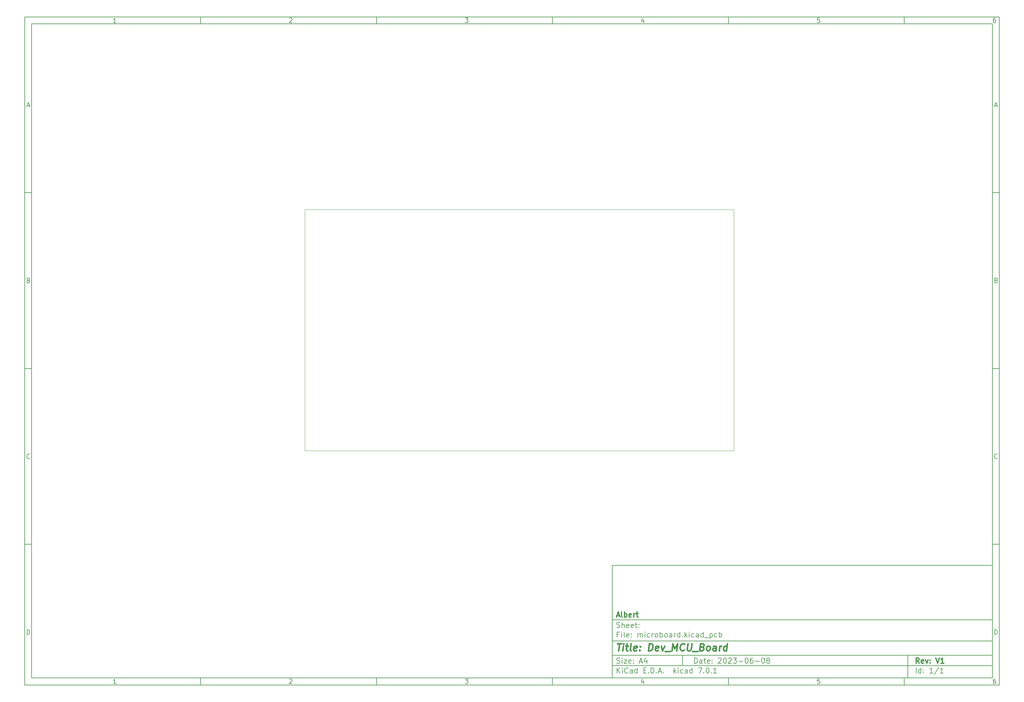
<source format=gbr>
%TF.GenerationSoftware,KiCad,Pcbnew,7.0.1*%
%TF.CreationDate,2023-06-08T18:04:29+02:00*%
%TF.ProjectId,microboard,6d696372-6f62-46f6-9172-642e6b696361,V1*%
%TF.SameCoordinates,Original*%
%TF.FileFunction,Profile,NP*%
%FSLAX46Y46*%
G04 Gerber Fmt 4.6, Leading zero omitted, Abs format (unit mm)*
G04 Created by KiCad (PCBNEW 7.0.1) date 2023-06-08 18:04:29*
%MOMM*%
%LPD*%
G01*
G04 APERTURE LIST*
%ADD10C,0.100000*%
%ADD11C,0.150000*%
%ADD12C,0.300000*%
%ADD13C,0.400000*%
%TA.AperFunction,Profile*%
%ADD14C,0.100000*%
%TD*%
G04 APERTURE END LIST*
D10*
D11*
X177002200Y-166007200D02*
X285002200Y-166007200D01*
X285002200Y-198007200D01*
X177002200Y-198007200D01*
X177002200Y-166007200D01*
D10*
D11*
X10000000Y-10000000D02*
X287002200Y-10000000D01*
X287002200Y-200007200D01*
X10000000Y-200007200D01*
X10000000Y-10000000D01*
D10*
D11*
X12000000Y-12000000D02*
X285002200Y-12000000D01*
X285002200Y-198007200D01*
X12000000Y-198007200D01*
X12000000Y-12000000D01*
D10*
D11*
X60000000Y-12000000D02*
X60000000Y-10000000D01*
D10*
D11*
X110000000Y-12000000D02*
X110000000Y-10000000D01*
D10*
D11*
X160000000Y-12000000D02*
X160000000Y-10000000D01*
D10*
D11*
X210000000Y-12000000D02*
X210000000Y-10000000D01*
D10*
D11*
X260000000Y-12000000D02*
X260000000Y-10000000D01*
D10*
D11*
X35990476Y-11601404D02*
X35247619Y-11601404D01*
X35619047Y-11601404D02*
X35619047Y-10301404D01*
X35619047Y-10301404D02*
X35495238Y-10487119D01*
X35495238Y-10487119D02*
X35371428Y-10610928D01*
X35371428Y-10610928D02*
X35247619Y-10672833D01*
D10*
D11*
X85247619Y-10425214D02*
X85309523Y-10363309D01*
X85309523Y-10363309D02*
X85433333Y-10301404D01*
X85433333Y-10301404D02*
X85742857Y-10301404D01*
X85742857Y-10301404D02*
X85866666Y-10363309D01*
X85866666Y-10363309D02*
X85928571Y-10425214D01*
X85928571Y-10425214D02*
X85990476Y-10549023D01*
X85990476Y-10549023D02*
X85990476Y-10672833D01*
X85990476Y-10672833D02*
X85928571Y-10858547D01*
X85928571Y-10858547D02*
X85185714Y-11601404D01*
X85185714Y-11601404D02*
X85990476Y-11601404D01*
D10*
D11*
X135185714Y-10301404D02*
X135990476Y-10301404D01*
X135990476Y-10301404D02*
X135557142Y-10796642D01*
X135557142Y-10796642D02*
X135742857Y-10796642D01*
X135742857Y-10796642D02*
X135866666Y-10858547D01*
X135866666Y-10858547D02*
X135928571Y-10920452D01*
X135928571Y-10920452D02*
X135990476Y-11044261D01*
X135990476Y-11044261D02*
X135990476Y-11353785D01*
X135990476Y-11353785D02*
X135928571Y-11477595D01*
X135928571Y-11477595D02*
X135866666Y-11539500D01*
X135866666Y-11539500D02*
X135742857Y-11601404D01*
X135742857Y-11601404D02*
X135371428Y-11601404D01*
X135371428Y-11601404D02*
X135247619Y-11539500D01*
X135247619Y-11539500D02*
X135185714Y-11477595D01*
D10*
D11*
X185866666Y-10734738D02*
X185866666Y-11601404D01*
X185557142Y-10239500D02*
X185247619Y-11168071D01*
X185247619Y-11168071D02*
X186052380Y-11168071D01*
D10*
D11*
X235928571Y-10301404D02*
X235309523Y-10301404D01*
X235309523Y-10301404D02*
X235247619Y-10920452D01*
X235247619Y-10920452D02*
X235309523Y-10858547D01*
X235309523Y-10858547D02*
X235433333Y-10796642D01*
X235433333Y-10796642D02*
X235742857Y-10796642D01*
X235742857Y-10796642D02*
X235866666Y-10858547D01*
X235866666Y-10858547D02*
X235928571Y-10920452D01*
X235928571Y-10920452D02*
X235990476Y-11044261D01*
X235990476Y-11044261D02*
X235990476Y-11353785D01*
X235990476Y-11353785D02*
X235928571Y-11477595D01*
X235928571Y-11477595D02*
X235866666Y-11539500D01*
X235866666Y-11539500D02*
X235742857Y-11601404D01*
X235742857Y-11601404D02*
X235433333Y-11601404D01*
X235433333Y-11601404D02*
X235309523Y-11539500D01*
X235309523Y-11539500D02*
X235247619Y-11477595D01*
D10*
D11*
X285866666Y-10301404D02*
X285619047Y-10301404D01*
X285619047Y-10301404D02*
X285495238Y-10363309D01*
X285495238Y-10363309D02*
X285433333Y-10425214D01*
X285433333Y-10425214D02*
X285309523Y-10610928D01*
X285309523Y-10610928D02*
X285247619Y-10858547D01*
X285247619Y-10858547D02*
X285247619Y-11353785D01*
X285247619Y-11353785D02*
X285309523Y-11477595D01*
X285309523Y-11477595D02*
X285371428Y-11539500D01*
X285371428Y-11539500D02*
X285495238Y-11601404D01*
X285495238Y-11601404D02*
X285742857Y-11601404D01*
X285742857Y-11601404D02*
X285866666Y-11539500D01*
X285866666Y-11539500D02*
X285928571Y-11477595D01*
X285928571Y-11477595D02*
X285990476Y-11353785D01*
X285990476Y-11353785D02*
X285990476Y-11044261D01*
X285990476Y-11044261D02*
X285928571Y-10920452D01*
X285928571Y-10920452D02*
X285866666Y-10858547D01*
X285866666Y-10858547D02*
X285742857Y-10796642D01*
X285742857Y-10796642D02*
X285495238Y-10796642D01*
X285495238Y-10796642D02*
X285371428Y-10858547D01*
X285371428Y-10858547D02*
X285309523Y-10920452D01*
X285309523Y-10920452D02*
X285247619Y-11044261D01*
D10*
D11*
X60000000Y-198007200D02*
X60000000Y-200007200D01*
D10*
D11*
X110000000Y-198007200D02*
X110000000Y-200007200D01*
D10*
D11*
X160000000Y-198007200D02*
X160000000Y-200007200D01*
D10*
D11*
X210000000Y-198007200D02*
X210000000Y-200007200D01*
D10*
D11*
X260000000Y-198007200D02*
X260000000Y-200007200D01*
D10*
D11*
X35990476Y-199608604D02*
X35247619Y-199608604D01*
X35619047Y-199608604D02*
X35619047Y-198308604D01*
X35619047Y-198308604D02*
X35495238Y-198494319D01*
X35495238Y-198494319D02*
X35371428Y-198618128D01*
X35371428Y-198618128D02*
X35247619Y-198680033D01*
D10*
D11*
X85247619Y-198432414D02*
X85309523Y-198370509D01*
X85309523Y-198370509D02*
X85433333Y-198308604D01*
X85433333Y-198308604D02*
X85742857Y-198308604D01*
X85742857Y-198308604D02*
X85866666Y-198370509D01*
X85866666Y-198370509D02*
X85928571Y-198432414D01*
X85928571Y-198432414D02*
X85990476Y-198556223D01*
X85990476Y-198556223D02*
X85990476Y-198680033D01*
X85990476Y-198680033D02*
X85928571Y-198865747D01*
X85928571Y-198865747D02*
X85185714Y-199608604D01*
X85185714Y-199608604D02*
X85990476Y-199608604D01*
D10*
D11*
X135185714Y-198308604D02*
X135990476Y-198308604D01*
X135990476Y-198308604D02*
X135557142Y-198803842D01*
X135557142Y-198803842D02*
X135742857Y-198803842D01*
X135742857Y-198803842D02*
X135866666Y-198865747D01*
X135866666Y-198865747D02*
X135928571Y-198927652D01*
X135928571Y-198927652D02*
X135990476Y-199051461D01*
X135990476Y-199051461D02*
X135990476Y-199360985D01*
X135990476Y-199360985D02*
X135928571Y-199484795D01*
X135928571Y-199484795D02*
X135866666Y-199546700D01*
X135866666Y-199546700D02*
X135742857Y-199608604D01*
X135742857Y-199608604D02*
X135371428Y-199608604D01*
X135371428Y-199608604D02*
X135247619Y-199546700D01*
X135247619Y-199546700D02*
X135185714Y-199484795D01*
D10*
D11*
X185866666Y-198741938D02*
X185866666Y-199608604D01*
X185557142Y-198246700D02*
X185247619Y-199175271D01*
X185247619Y-199175271D02*
X186052380Y-199175271D01*
D10*
D11*
X235928571Y-198308604D02*
X235309523Y-198308604D01*
X235309523Y-198308604D02*
X235247619Y-198927652D01*
X235247619Y-198927652D02*
X235309523Y-198865747D01*
X235309523Y-198865747D02*
X235433333Y-198803842D01*
X235433333Y-198803842D02*
X235742857Y-198803842D01*
X235742857Y-198803842D02*
X235866666Y-198865747D01*
X235866666Y-198865747D02*
X235928571Y-198927652D01*
X235928571Y-198927652D02*
X235990476Y-199051461D01*
X235990476Y-199051461D02*
X235990476Y-199360985D01*
X235990476Y-199360985D02*
X235928571Y-199484795D01*
X235928571Y-199484795D02*
X235866666Y-199546700D01*
X235866666Y-199546700D02*
X235742857Y-199608604D01*
X235742857Y-199608604D02*
X235433333Y-199608604D01*
X235433333Y-199608604D02*
X235309523Y-199546700D01*
X235309523Y-199546700D02*
X235247619Y-199484795D01*
D10*
D11*
X285866666Y-198308604D02*
X285619047Y-198308604D01*
X285619047Y-198308604D02*
X285495238Y-198370509D01*
X285495238Y-198370509D02*
X285433333Y-198432414D01*
X285433333Y-198432414D02*
X285309523Y-198618128D01*
X285309523Y-198618128D02*
X285247619Y-198865747D01*
X285247619Y-198865747D02*
X285247619Y-199360985D01*
X285247619Y-199360985D02*
X285309523Y-199484795D01*
X285309523Y-199484795D02*
X285371428Y-199546700D01*
X285371428Y-199546700D02*
X285495238Y-199608604D01*
X285495238Y-199608604D02*
X285742857Y-199608604D01*
X285742857Y-199608604D02*
X285866666Y-199546700D01*
X285866666Y-199546700D02*
X285928571Y-199484795D01*
X285928571Y-199484795D02*
X285990476Y-199360985D01*
X285990476Y-199360985D02*
X285990476Y-199051461D01*
X285990476Y-199051461D02*
X285928571Y-198927652D01*
X285928571Y-198927652D02*
X285866666Y-198865747D01*
X285866666Y-198865747D02*
X285742857Y-198803842D01*
X285742857Y-198803842D02*
X285495238Y-198803842D01*
X285495238Y-198803842D02*
X285371428Y-198865747D01*
X285371428Y-198865747D02*
X285309523Y-198927652D01*
X285309523Y-198927652D02*
X285247619Y-199051461D01*
D10*
D11*
X10000000Y-60000000D02*
X12000000Y-60000000D01*
D10*
D11*
X10000000Y-110000000D02*
X12000000Y-110000000D01*
D10*
D11*
X10000000Y-160000000D02*
X12000000Y-160000000D01*
D10*
D11*
X10690476Y-35229976D02*
X11309523Y-35229976D01*
X10566666Y-35601404D02*
X10999999Y-34301404D01*
X10999999Y-34301404D02*
X11433333Y-35601404D01*
D10*
D11*
X11092857Y-84920452D02*
X11278571Y-84982357D01*
X11278571Y-84982357D02*
X11340476Y-85044261D01*
X11340476Y-85044261D02*
X11402380Y-85168071D01*
X11402380Y-85168071D02*
X11402380Y-85353785D01*
X11402380Y-85353785D02*
X11340476Y-85477595D01*
X11340476Y-85477595D02*
X11278571Y-85539500D01*
X11278571Y-85539500D02*
X11154761Y-85601404D01*
X11154761Y-85601404D02*
X10659523Y-85601404D01*
X10659523Y-85601404D02*
X10659523Y-84301404D01*
X10659523Y-84301404D02*
X11092857Y-84301404D01*
X11092857Y-84301404D02*
X11216666Y-84363309D01*
X11216666Y-84363309D02*
X11278571Y-84425214D01*
X11278571Y-84425214D02*
X11340476Y-84549023D01*
X11340476Y-84549023D02*
X11340476Y-84672833D01*
X11340476Y-84672833D02*
X11278571Y-84796642D01*
X11278571Y-84796642D02*
X11216666Y-84858547D01*
X11216666Y-84858547D02*
X11092857Y-84920452D01*
X11092857Y-84920452D02*
X10659523Y-84920452D01*
D10*
D11*
X11402380Y-135477595D02*
X11340476Y-135539500D01*
X11340476Y-135539500D02*
X11154761Y-135601404D01*
X11154761Y-135601404D02*
X11030952Y-135601404D01*
X11030952Y-135601404D02*
X10845238Y-135539500D01*
X10845238Y-135539500D02*
X10721428Y-135415690D01*
X10721428Y-135415690D02*
X10659523Y-135291880D01*
X10659523Y-135291880D02*
X10597619Y-135044261D01*
X10597619Y-135044261D02*
X10597619Y-134858547D01*
X10597619Y-134858547D02*
X10659523Y-134610928D01*
X10659523Y-134610928D02*
X10721428Y-134487119D01*
X10721428Y-134487119D02*
X10845238Y-134363309D01*
X10845238Y-134363309D02*
X11030952Y-134301404D01*
X11030952Y-134301404D02*
X11154761Y-134301404D01*
X11154761Y-134301404D02*
X11340476Y-134363309D01*
X11340476Y-134363309D02*
X11402380Y-134425214D01*
D10*
D11*
X10659523Y-185601404D02*
X10659523Y-184301404D01*
X10659523Y-184301404D02*
X10969047Y-184301404D01*
X10969047Y-184301404D02*
X11154761Y-184363309D01*
X11154761Y-184363309D02*
X11278571Y-184487119D01*
X11278571Y-184487119D02*
X11340476Y-184610928D01*
X11340476Y-184610928D02*
X11402380Y-184858547D01*
X11402380Y-184858547D02*
X11402380Y-185044261D01*
X11402380Y-185044261D02*
X11340476Y-185291880D01*
X11340476Y-185291880D02*
X11278571Y-185415690D01*
X11278571Y-185415690D02*
X11154761Y-185539500D01*
X11154761Y-185539500D02*
X10969047Y-185601404D01*
X10969047Y-185601404D02*
X10659523Y-185601404D01*
D10*
D11*
X287002200Y-60000000D02*
X285002200Y-60000000D01*
D10*
D11*
X287002200Y-110000000D02*
X285002200Y-110000000D01*
D10*
D11*
X287002200Y-160000000D02*
X285002200Y-160000000D01*
D10*
D11*
X285692676Y-35229976D02*
X286311723Y-35229976D01*
X285568866Y-35601404D02*
X286002199Y-34301404D01*
X286002199Y-34301404D02*
X286435533Y-35601404D01*
D10*
D11*
X286095057Y-84920452D02*
X286280771Y-84982357D01*
X286280771Y-84982357D02*
X286342676Y-85044261D01*
X286342676Y-85044261D02*
X286404580Y-85168071D01*
X286404580Y-85168071D02*
X286404580Y-85353785D01*
X286404580Y-85353785D02*
X286342676Y-85477595D01*
X286342676Y-85477595D02*
X286280771Y-85539500D01*
X286280771Y-85539500D02*
X286156961Y-85601404D01*
X286156961Y-85601404D02*
X285661723Y-85601404D01*
X285661723Y-85601404D02*
X285661723Y-84301404D01*
X285661723Y-84301404D02*
X286095057Y-84301404D01*
X286095057Y-84301404D02*
X286218866Y-84363309D01*
X286218866Y-84363309D02*
X286280771Y-84425214D01*
X286280771Y-84425214D02*
X286342676Y-84549023D01*
X286342676Y-84549023D02*
X286342676Y-84672833D01*
X286342676Y-84672833D02*
X286280771Y-84796642D01*
X286280771Y-84796642D02*
X286218866Y-84858547D01*
X286218866Y-84858547D02*
X286095057Y-84920452D01*
X286095057Y-84920452D02*
X285661723Y-84920452D01*
D10*
D11*
X286404580Y-135477595D02*
X286342676Y-135539500D01*
X286342676Y-135539500D02*
X286156961Y-135601404D01*
X286156961Y-135601404D02*
X286033152Y-135601404D01*
X286033152Y-135601404D02*
X285847438Y-135539500D01*
X285847438Y-135539500D02*
X285723628Y-135415690D01*
X285723628Y-135415690D02*
X285661723Y-135291880D01*
X285661723Y-135291880D02*
X285599819Y-135044261D01*
X285599819Y-135044261D02*
X285599819Y-134858547D01*
X285599819Y-134858547D02*
X285661723Y-134610928D01*
X285661723Y-134610928D02*
X285723628Y-134487119D01*
X285723628Y-134487119D02*
X285847438Y-134363309D01*
X285847438Y-134363309D02*
X286033152Y-134301404D01*
X286033152Y-134301404D02*
X286156961Y-134301404D01*
X286156961Y-134301404D02*
X286342676Y-134363309D01*
X286342676Y-134363309D02*
X286404580Y-134425214D01*
D10*
D11*
X285661723Y-185601404D02*
X285661723Y-184301404D01*
X285661723Y-184301404D02*
X285971247Y-184301404D01*
X285971247Y-184301404D02*
X286156961Y-184363309D01*
X286156961Y-184363309D02*
X286280771Y-184487119D01*
X286280771Y-184487119D02*
X286342676Y-184610928D01*
X286342676Y-184610928D02*
X286404580Y-184858547D01*
X286404580Y-184858547D02*
X286404580Y-185044261D01*
X286404580Y-185044261D02*
X286342676Y-185291880D01*
X286342676Y-185291880D02*
X286280771Y-185415690D01*
X286280771Y-185415690D02*
X286156961Y-185539500D01*
X286156961Y-185539500D02*
X285971247Y-185601404D01*
X285971247Y-185601404D02*
X285661723Y-185601404D01*
D10*
D11*
X200359342Y-193801128D02*
X200359342Y-192301128D01*
X200359342Y-192301128D02*
X200716485Y-192301128D01*
X200716485Y-192301128D02*
X200930771Y-192372557D01*
X200930771Y-192372557D02*
X201073628Y-192515414D01*
X201073628Y-192515414D02*
X201145057Y-192658271D01*
X201145057Y-192658271D02*
X201216485Y-192943985D01*
X201216485Y-192943985D02*
X201216485Y-193158271D01*
X201216485Y-193158271D02*
X201145057Y-193443985D01*
X201145057Y-193443985D02*
X201073628Y-193586842D01*
X201073628Y-193586842D02*
X200930771Y-193729700D01*
X200930771Y-193729700D02*
X200716485Y-193801128D01*
X200716485Y-193801128D02*
X200359342Y-193801128D01*
X202502200Y-193801128D02*
X202502200Y-193015414D01*
X202502200Y-193015414D02*
X202430771Y-192872557D01*
X202430771Y-192872557D02*
X202287914Y-192801128D01*
X202287914Y-192801128D02*
X202002200Y-192801128D01*
X202002200Y-192801128D02*
X201859342Y-192872557D01*
X202502200Y-193729700D02*
X202359342Y-193801128D01*
X202359342Y-193801128D02*
X202002200Y-193801128D01*
X202002200Y-193801128D02*
X201859342Y-193729700D01*
X201859342Y-193729700D02*
X201787914Y-193586842D01*
X201787914Y-193586842D02*
X201787914Y-193443985D01*
X201787914Y-193443985D02*
X201859342Y-193301128D01*
X201859342Y-193301128D02*
X202002200Y-193229700D01*
X202002200Y-193229700D02*
X202359342Y-193229700D01*
X202359342Y-193229700D02*
X202502200Y-193158271D01*
X203002200Y-192801128D02*
X203573628Y-192801128D01*
X203216485Y-192301128D02*
X203216485Y-193586842D01*
X203216485Y-193586842D02*
X203287914Y-193729700D01*
X203287914Y-193729700D02*
X203430771Y-193801128D01*
X203430771Y-193801128D02*
X203573628Y-193801128D01*
X204645057Y-193729700D02*
X204502200Y-193801128D01*
X204502200Y-193801128D02*
X204216486Y-193801128D01*
X204216486Y-193801128D02*
X204073628Y-193729700D01*
X204073628Y-193729700D02*
X204002200Y-193586842D01*
X204002200Y-193586842D02*
X204002200Y-193015414D01*
X204002200Y-193015414D02*
X204073628Y-192872557D01*
X204073628Y-192872557D02*
X204216486Y-192801128D01*
X204216486Y-192801128D02*
X204502200Y-192801128D01*
X204502200Y-192801128D02*
X204645057Y-192872557D01*
X204645057Y-192872557D02*
X204716486Y-193015414D01*
X204716486Y-193015414D02*
X204716486Y-193158271D01*
X204716486Y-193158271D02*
X204002200Y-193301128D01*
X205359342Y-193658271D02*
X205430771Y-193729700D01*
X205430771Y-193729700D02*
X205359342Y-193801128D01*
X205359342Y-193801128D02*
X205287914Y-193729700D01*
X205287914Y-193729700D02*
X205359342Y-193658271D01*
X205359342Y-193658271D02*
X205359342Y-193801128D01*
X205359342Y-192872557D02*
X205430771Y-192943985D01*
X205430771Y-192943985D02*
X205359342Y-193015414D01*
X205359342Y-193015414D02*
X205287914Y-192943985D01*
X205287914Y-192943985D02*
X205359342Y-192872557D01*
X205359342Y-192872557D02*
X205359342Y-193015414D01*
X207145057Y-192443985D02*
X207216485Y-192372557D01*
X207216485Y-192372557D02*
X207359343Y-192301128D01*
X207359343Y-192301128D02*
X207716485Y-192301128D01*
X207716485Y-192301128D02*
X207859343Y-192372557D01*
X207859343Y-192372557D02*
X207930771Y-192443985D01*
X207930771Y-192443985D02*
X208002200Y-192586842D01*
X208002200Y-192586842D02*
X208002200Y-192729700D01*
X208002200Y-192729700D02*
X207930771Y-192943985D01*
X207930771Y-192943985D02*
X207073628Y-193801128D01*
X207073628Y-193801128D02*
X208002200Y-193801128D01*
X208930771Y-192301128D02*
X209073628Y-192301128D01*
X209073628Y-192301128D02*
X209216485Y-192372557D01*
X209216485Y-192372557D02*
X209287914Y-192443985D01*
X209287914Y-192443985D02*
X209359342Y-192586842D01*
X209359342Y-192586842D02*
X209430771Y-192872557D01*
X209430771Y-192872557D02*
X209430771Y-193229700D01*
X209430771Y-193229700D02*
X209359342Y-193515414D01*
X209359342Y-193515414D02*
X209287914Y-193658271D01*
X209287914Y-193658271D02*
X209216485Y-193729700D01*
X209216485Y-193729700D02*
X209073628Y-193801128D01*
X209073628Y-193801128D02*
X208930771Y-193801128D01*
X208930771Y-193801128D02*
X208787914Y-193729700D01*
X208787914Y-193729700D02*
X208716485Y-193658271D01*
X208716485Y-193658271D02*
X208645056Y-193515414D01*
X208645056Y-193515414D02*
X208573628Y-193229700D01*
X208573628Y-193229700D02*
X208573628Y-192872557D01*
X208573628Y-192872557D02*
X208645056Y-192586842D01*
X208645056Y-192586842D02*
X208716485Y-192443985D01*
X208716485Y-192443985D02*
X208787914Y-192372557D01*
X208787914Y-192372557D02*
X208930771Y-192301128D01*
X210002199Y-192443985D02*
X210073627Y-192372557D01*
X210073627Y-192372557D02*
X210216485Y-192301128D01*
X210216485Y-192301128D02*
X210573627Y-192301128D01*
X210573627Y-192301128D02*
X210716485Y-192372557D01*
X210716485Y-192372557D02*
X210787913Y-192443985D01*
X210787913Y-192443985D02*
X210859342Y-192586842D01*
X210859342Y-192586842D02*
X210859342Y-192729700D01*
X210859342Y-192729700D02*
X210787913Y-192943985D01*
X210787913Y-192943985D02*
X209930770Y-193801128D01*
X209930770Y-193801128D02*
X210859342Y-193801128D01*
X211359341Y-192301128D02*
X212287913Y-192301128D01*
X212287913Y-192301128D02*
X211787913Y-192872557D01*
X211787913Y-192872557D02*
X212002198Y-192872557D01*
X212002198Y-192872557D02*
X212145056Y-192943985D01*
X212145056Y-192943985D02*
X212216484Y-193015414D01*
X212216484Y-193015414D02*
X212287913Y-193158271D01*
X212287913Y-193158271D02*
X212287913Y-193515414D01*
X212287913Y-193515414D02*
X212216484Y-193658271D01*
X212216484Y-193658271D02*
X212145056Y-193729700D01*
X212145056Y-193729700D02*
X212002198Y-193801128D01*
X212002198Y-193801128D02*
X211573627Y-193801128D01*
X211573627Y-193801128D02*
X211430770Y-193729700D01*
X211430770Y-193729700D02*
X211359341Y-193658271D01*
X212930769Y-193229700D02*
X214073627Y-193229700D01*
X215073627Y-192301128D02*
X215216484Y-192301128D01*
X215216484Y-192301128D02*
X215359341Y-192372557D01*
X215359341Y-192372557D02*
X215430770Y-192443985D01*
X215430770Y-192443985D02*
X215502198Y-192586842D01*
X215502198Y-192586842D02*
X215573627Y-192872557D01*
X215573627Y-192872557D02*
X215573627Y-193229700D01*
X215573627Y-193229700D02*
X215502198Y-193515414D01*
X215502198Y-193515414D02*
X215430770Y-193658271D01*
X215430770Y-193658271D02*
X215359341Y-193729700D01*
X215359341Y-193729700D02*
X215216484Y-193801128D01*
X215216484Y-193801128D02*
X215073627Y-193801128D01*
X215073627Y-193801128D02*
X214930770Y-193729700D01*
X214930770Y-193729700D02*
X214859341Y-193658271D01*
X214859341Y-193658271D02*
X214787912Y-193515414D01*
X214787912Y-193515414D02*
X214716484Y-193229700D01*
X214716484Y-193229700D02*
X214716484Y-192872557D01*
X214716484Y-192872557D02*
X214787912Y-192586842D01*
X214787912Y-192586842D02*
X214859341Y-192443985D01*
X214859341Y-192443985D02*
X214930770Y-192372557D01*
X214930770Y-192372557D02*
X215073627Y-192301128D01*
X216859341Y-192301128D02*
X216573626Y-192301128D01*
X216573626Y-192301128D02*
X216430769Y-192372557D01*
X216430769Y-192372557D02*
X216359341Y-192443985D01*
X216359341Y-192443985D02*
X216216483Y-192658271D01*
X216216483Y-192658271D02*
X216145055Y-192943985D01*
X216145055Y-192943985D02*
X216145055Y-193515414D01*
X216145055Y-193515414D02*
X216216483Y-193658271D01*
X216216483Y-193658271D02*
X216287912Y-193729700D01*
X216287912Y-193729700D02*
X216430769Y-193801128D01*
X216430769Y-193801128D02*
X216716483Y-193801128D01*
X216716483Y-193801128D02*
X216859341Y-193729700D01*
X216859341Y-193729700D02*
X216930769Y-193658271D01*
X216930769Y-193658271D02*
X217002198Y-193515414D01*
X217002198Y-193515414D02*
X217002198Y-193158271D01*
X217002198Y-193158271D02*
X216930769Y-193015414D01*
X216930769Y-193015414D02*
X216859341Y-192943985D01*
X216859341Y-192943985D02*
X216716483Y-192872557D01*
X216716483Y-192872557D02*
X216430769Y-192872557D01*
X216430769Y-192872557D02*
X216287912Y-192943985D01*
X216287912Y-192943985D02*
X216216483Y-193015414D01*
X216216483Y-193015414D02*
X216145055Y-193158271D01*
X217645054Y-193229700D02*
X218787912Y-193229700D01*
X219787912Y-192301128D02*
X219930769Y-192301128D01*
X219930769Y-192301128D02*
X220073626Y-192372557D01*
X220073626Y-192372557D02*
X220145055Y-192443985D01*
X220145055Y-192443985D02*
X220216483Y-192586842D01*
X220216483Y-192586842D02*
X220287912Y-192872557D01*
X220287912Y-192872557D02*
X220287912Y-193229700D01*
X220287912Y-193229700D02*
X220216483Y-193515414D01*
X220216483Y-193515414D02*
X220145055Y-193658271D01*
X220145055Y-193658271D02*
X220073626Y-193729700D01*
X220073626Y-193729700D02*
X219930769Y-193801128D01*
X219930769Y-193801128D02*
X219787912Y-193801128D01*
X219787912Y-193801128D02*
X219645055Y-193729700D01*
X219645055Y-193729700D02*
X219573626Y-193658271D01*
X219573626Y-193658271D02*
X219502197Y-193515414D01*
X219502197Y-193515414D02*
X219430769Y-193229700D01*
X219430769Y-193229700D02*
X219430769Y-192872557D01*
X219430769Y-192872557D02*
X219502197Y-192586842D01*
X219502197Y-192586842D02*
X219573626Y-192443985D01*
X219573626Y-192443985D02*
X219645055Y-192372557D01*
X219645055Y-192372557D02*
X219787912Y-192301128D01*
X221145054Y-192943985D02*
X221002197Y-192872557D01*
X221002197Y-192872557D02*
X220930768Y-192801128D01*
X220930768Y-192801128D02*
X220859340Y-192658271D01*
X220859340Y-192658271D02*
X220859340Y-192586842D01*
X220859340Y-192586842D02*
X220930768Y-192443985D01*
X220930768Y-192443985D02*
X221002197Y-192372557D01*
X221002197Y-192372557D02*
X221145054Y-192301128D01*
X221145054Y-192301128D02*
X221430768Y-192301128D01*
X221430768Y-192301128D02*
X221573626Y-192372557D01*
X221573626Y-192372557D02*
X221645054Y-192443985D01*
X221645054Y-192443985D02*
X221716483Y-192586842D01*
X221716483Y-192586842D02*
X221716483Y-192658271D01*
X221716483Y-192658271D02*
X221645054Y-192801128D01*
X221645054Y-192801128D02*
X221573626Y-192872557D01*
X221573626Y-192872557D02*
X221430768Y-192943985D01*
X221430768Y-192943985D02*
X221145054Y-192943985D01*
X221145054Y-192943985D02*
X221002197Y-193015414D01*
X221002197Y-193015414D02*
X220930768Y-193086842D01*
X220930768Y-193086842D02*
X220859340Y-193229700D01*
X220859340Y-193229700D02*
X220859340Y-193515414D01*
X220859340Y-193515414D02*
X220930768Y-193658271D01*
X220930768Y-193658271D02*
X221002197Y-193729700D01*
X221002197Y-193729700D02*
X221145054Y-193801128D01*
X221145054Y-193801128D02*
X221430768Y-193801128D01*
X221430768Y-193801128D02*
X221573626Y-193729700D01*
X221573626Y-193729700D02*
X221645054Y-193658271D01*
X221645054Y-193658271D02*
X221716483Y-193515414D01*
X221716483Y-193515414D02*
X221716483Y-193229700D01*
X221716483Y-193229700D02*
X221645054Y-193086842D01*
X221645054Y-193086842D02*
X221573626Y-193015414D01*
X221573626Y-193015414D02*
X221430768Y-192943985D01*
D10*
D11*
X177002200Y-194507200D02*
X285002200Y-194507200D01*
D10*
D11*
X178359342Y-196601128D02*
X178359342Y-195101128D01*
X179216485Y-196601128D02*
X178573628Y-195743985D01*
X179216485Y-195101128D02*
X178359342Y-195958271D01*
X179859342Y-196601128D02*
X179859342Y-195601128D01*
X179859342Y-195101128D02*
X179787914Y-195172557D01*
X179787914Y-195172557D02*
X179859342Y-195243985D01*
X179859342Y-195243985D02*
X179930771Y-195172557D01*
X179930771Y-195172557D02*
X179859342Y-195101128D01*
X179859342Y-195101128D02*
X179859342Y-195243985D01*
X181430771Y-196458271D02*
X181359343Y-196529700D01*
X181359343Y-196529700D02*
X181145057Y-196601128D01*
X181145057Y-196601128D02*
X181002200Y-196601128D01*
X181002200Y-196601128D02*
X180787914Y-196529700D01*
X180787914Y-196529700D02*
X180645057Y-196386842D01*
X180645057Y-196386842D02*
X180573628Y-196243985D01*
X180573628Y-196243985D02*
X180502200Y-195958271D01*
X180502200Y-195958271D02*
X180502200Y-195743985D01*
X180502200Y-195743985D02*
X180573628Y-195458271D01*
X180573628Y-195458271D02*
X180645057Y-195315414D01*
X180645057Y-195315414D02*
X180787914Y-195172557D01*
X180787914Y-195172557D02*
X181002200Y-195101128D01*
X181002200Y-195101128D02*
X181145057Y-195101128D01*
X181145057Y-195101128D02*
X181359343Y-195172557D01*
X181359343Y-195172557D02*
X181430771Y-195243985D01*
X182716486Y-196601128D02*
X182716486Y-195815414D01*
X182716486Y-195815414D02*
X182645057Y-195672557D01*
X182645057Y-195672557D02*
X182502200Y-195601128D01*
X182502200Y-195601128D02*
X182216486Y-195601128D01*
X182216486Y-195601128D02*
X182073628Y-195672557D01*
X182716486Y-196529700D02*
X182573628Y-196601128D01*
X182573628Y-196601128D02*
X182216486Y-196601128D01*
X182216486Y-196601128D02*
X182073628Y-196529700D01*
X182073628Y-196529700D02*
X182002200Y-196386842D01*
X182002200Y-196386842D02*
X182002200Y-196243985D01*
X182002200Y-196243985D02*
X182073628Y-196101128D01*
X182073628Y-196101128D02*
X182216486Y-196029700D01*
X182216486Y-196029700D02*
X182573628Y-196029700D01*
X182573628Y-196029700D02*
X182716486Y-195958271D01*
X184073629Y-196601128D02*
X184073629Y-195101128D01*
X184073629Y-196529700D02*
X183930771Y-196601128D01*
X183930771Y-196601128D02*
X183645057Y-196601128D01*
X183645057Y-196601128D02*
X183502200Y-196529700D01*
X183502200Y-196529700D02*
X183430771Y-196458271D01*
X183430771Y-196458271D02*
X183359343Y-196315414D01*
X183359343Y-196315414D02*
X183359343Y-195886842D01*
X183359343Y-195886842D02*
X183430771Y-195743985D01*
X183430771Y-195743985D02*
X183502200Y-195672557D01*
X183502200Y-195672557D02*
X183645057Y-195601128D01*
X183645057Y-195601128D02*
X183930771Y-195601128D01*
X183930771Y-195601128D02*
X184073629Y-195672557D01*
X185930771Y-195815414D02*
X186430771Y-195815414D01*
X186645057Y-196601128D02*
X185930771Y-196601128D01*
X185930771Y-196601128D02*
X185930771Y-195101128D01*
X185930771Y-195101128D02*
X186645057Y-195101128D01*
X187287914Y-196458271D02*
X187359343Y-196529700D01*
X187359343Y-196529700D02*
X187287914Y-196601128D01*
X187287914Y-196601128D02*
X187216486Y-196529700D01*
X187216486Y-196529700D02*
X187287914Y-196458271D01*
X187287914Y-196458271D02*
X187287914Y-196601128D01*
X188002200Y-196601128D02*
X188002200Y-195101128D01*
X188002200Y-195101128D02*
X188359343Y-195101128D01*
X188359343Y-195101128D02*
X188573629Y-195172557D01*
X188573629Y-195172557D02*
X188716486Y-195315414D01*
X188716486Y-195315414D02*
X188787915Y-195458271D01*
X188787915Y-195458271D02*
X188859343Y-195743985D01*
X188859343Y-195743985D02*
X188859343Y-195958271D01*
X188859343Y-195958271D02*
X188787915Y-196243985D01*
X188787915Y-196243985D02*
X188716486Y-196386842D01*
X188716486Y-196386842D02*
X188573629Y-196529700D01*
X188573629Y-196529700D02*
X188359343Y-196601128D01*
X188359343Y-196601128D02*
X188002200Y-196601128D01*
X189502200Y-196458271D02*
X189573629Y-196529700D01*
X189573629Y-196529700D02*
X189502200Y-196601128D01*
X189502200Y-196601128D02*
X189430772Y-196529700D01*
X189430772Y-196529700D02*
X189502200Y-196458271D01*
X189502200Y-196458271D02*
X189502200Y-196601128D01*
X190145058Y-196172557D02*
X190859344Y-196172557D01*
X190002201Y-196601128D02*
X190502201Y-195101128D01*
X190502201Y-195101128D02*
X191002201Y-196601128D01*
X191502200Y-196458271D02*
X191573629Y-196529700D01*
X191573629Y-196529700D02*
X191502200Y-196601128D01*
X191502200Y-196601128D02*
X191430772Y-196529700D01*
X191430772Y-196529700D02*
X191502200Y-196458271D01*
X191502200Y-196458271D02*
X191502200Y-196601128D01*
X194502200Y-196601128D02*
X194502200Y-195101128D01*
X194645058Y-196029700D02*
X195073629Y-196601128D01*
X195073629Y-195601128D02*
X194502200Y-196172557D01*
X195716486Y-196601128D02*
X195716486Y-195601128D01*
X195716486Y-195101128D02*
X195645058Y-195172557D01*
X195645058Y-195172557D02*
X195716486Y-195243985D01*
X195716486Y-195243985D02*
X195787915Y-195172557D01*
X195787915Y-195172557D02*
X195716486Y-195101128D01*
X195716486Y-195101128D02*
X195716486Y-195243985D01*
X197073630Y-196529700D02*
X196930772Y-196601128D01*
X196930772Y-196601128D02*
X196645058Y-196601128D01*
X196645058Y-196601128D02*
X196502201Y-196529700D01*
X196502201Y-196529700D02*
X196430772Y-196458271D01*
X196430772Y-196458271D02*
X196359344Y-196315414D01*
X196359344Y-196315414D02*
X196359344Y-195886842D01*
X196359344Y-195886842D02*
X196430772Y-195743985D01*
X196430772Y-195743985D02*
X196502201Y-195672557D01*
X196502201Y-195672557D02*
X196645058Y-195601128D01*
X196645058Y-195601128D02*
X196930772Y-195601128D01*
X196930772Y-195601128D02*
X197073630Y-195672557D01*
X198359344Y-196601128D02*
X198359344Y-195815414D01*
X198359344Y-195815414D02*
X198287915Y-195672557D01*
X198287915Y-195672557D02*
X198145058Y-195601128D01*
X198145058Y-195601128D02*
X197859344Y-195601128D01*
X197859344Y-195601128D02*
X197716486Y-195672557D01*
X198359344Y-196529700D02*
X198216486Y-196601128D01*
X198216486Y-196601128D02*
X197859344Y-196601128D01*
X197859344Y-196601128D02*
X197716486Y-196529700D01*
X197716486Y-196529700D02*
X197645058Y-196386842D01*
X197645058Y-196386842D02*
X197645058Y-196243985D01*
X197645058Y-196243985D02*
X197716486Y-196101128D01*
X197716486Y-196101128D02*
X197859344Y-196029700D01*
X197859344Y-196029700D02*
X198216486Y-196029700D01*
X198216486Y-196029700D02*
X198359344Y-195958271D01*
X199716487Y-196601128D02*
X199716487Y-195101128D01*
X199716487Y-196529700D02*
X199573629Y-196601128D01*
X199573629Y-196601128D02*
X199287915Y-196601128D01*
X199287915Y-196601128D02*
X199145058Y-196529700D01*
X199145058Y-196529700D02*
X199073629Y-196458271D01*
X199073629Y-196458271D02*
X199002201Y-196315414D01*
X199002201Y-196315414D02*
X199002201Y-195886842D01*
X199002201Y-195886842D02*
X199073629Y-195743985D01*
X199073629Y-195743985D02*
X199145058Y-195672557D01*
X199145058Y-195672557D02*
X199287915Y-195601128D01*
X199287915Y-195601128D02*
X199573629Y-195601128D01*
X199573629Y-195601128D02*
X199716487Y-195672557D01*
X201430772Y-195101128D02*
X202430772Y-195101128D01*
X202430772Y-195101128D02*
X201787915Y-196601128D01*
X203002200Y-196458271D02*
X203073629Y-196529700D01*
X203073629Y-196529700D02*
X203002200Y-196601128D01*
X203002200Y-196601128D02*
X202930772Y-196529700D01*
X202930772Y-196529700D02*
X203002200Y-196458271D01*
X203002200Y-196458271D02*
X203002200Y-196601128D01*
X204002201Y-195101128D02*
X204145058Y-195101128D01*
X204145058Y-195101128D02*
X204287915Y-195172557D01*
X204287915Y-195172557D02*
X204359344Y-195243985D01*
X204359344Y-195243985D02*
X204430772Y-195386842D01*
X204430772Y-195386842D02*
X204502201Y-195672557D01*
X204502201Y-195672557D02*
X204502201Y-196029700D01*
X204502201Y-196029700D02*
X204430772Y-196315414D01*
X204430772Y-196315414D02*
X204359344Y-196458271D01*
X204359344Y-196458271D02*
X204287915Y-196529700D01*
X204287915Y-196529700D02*
X204145058Y-196601128D01*
X204145058Y-196601128D02*
X204002201Y-196601128D01*
X204002201Y-196601128D02*
X203859344Y-196529700D01*
X203859344Y-196529700D02*
X203787915Y-196458271D01*
X203787915Y-196458271D02*
X203716486Y-196315414D01*
X203716486Y-196315414D02*
X203645058Y-196029700D01*
X203645058Y-196029700D02*
X203645058Y-195672557D01*
X203645058Y-195672557D02*
X203716486Y-195386842D01*
X203716486Y-195386842D02*
X203787915Y-195243985D01*
X203787915Y-195243985D02*
X203859344Y-195172557D01*
X203859344Y-195172557D02*
X204002201Y-195101128D01*
X205145057Y-196458271D02*
X205216486Y-196529700D01*
X205216486Y-196529700D02*
X205145057Y-196601128D01*
X205145057Y-196601128D02*
X205073629Y-196529700D01*
X205073629Y-196529700D02*
X205145057Y-196458271D01*
X205145057Y-196458271D02*
X205145057Y-196601128D01*
X206645058Y-196601128D02*
X205787915Y-196601128D01*
X206216486Y-196601128D02*
X206216486Y-195101128D01*
X206216486Y-195101128D02*
X206073629Y-195315414D01*
X206073629Y-195315414D02*
X205930772Y-195458271D01*
X205930772Y-195458271D02*
X205787915Y-195529700D01*
D10*
D11*
X177002200Y-191507200D02*
X285002200Y-191507200D01*
D10*
D12*
X264216485Y-193801128D02*
X263716485Y-193086842D01*
X263359342Y-193801128D02*
X263359342Y-192301128D01*
X263359342Y-192301128D02*
X263930771Y-192301128D01*
X263930771Y-192301128D02*
X264073628Y-192372557D01*
X264073628Y-192372557D02*
X264145057Y-192443985D01*
X264145057Y-192443985D02*
X264216485Y-192586842D01*
X264216485Y-192586842D02*
X264216485Y-192801128D01*
X264216485Y-192801128D02*
X264145057Y-192943985D01*
X264145057Y-192943985D02*
X264073628Y-193015414D01*
X264073628Y-193015414D02*
X263930771Y-193086842D01*
X263930771Y-193086842D02*
X263359342Y-193086842D01*
X265430771Y-193729700D02*
X265287914Y-193801128D01*
X265287914Y-193801128D02*
X265002200Y-193801128D01*
X265002200Y-193801128D02*
X264859342Y-193729700D01*
X264859342Y-193729700D02*
X264787914Y-193586842D01*
X264787914Y-193586842D02*
X264787914Y-193015414D01*
X264787914Y-193015414D02*
X264859342Y-192872557D01*
X264859342Y-192872557D02*
X265002200Y-192801128D01*
X265002200Y-192801128D02*
X265287914Y-192801128D01*
X265287914Y-192801128D02*
X265430771Y-192872557D01*
X265430771Y-192872557D02*
X265502200Y-193015414D01*
X265502200Y-193015414D02*
X265502200Y-193158271D01*
X265502200Y-193158271D02*
X264787914Y-193301128D01*
X266002199Y-192801128D02*
X266359342Y-193801128D01*
X266359342Y-193801128D02*
X266716485Y-192801128D01*
X267287913Y-193658271D02*
X267359342Y-193729700D01*
X267359342Y-193729700D02*
X267287913Y-193801128D01*
X267287913Y-193801128D02*
X267216485Y-193729700D01*
X267216485Y-193729700D02*
X267287913Y-193658271D01*
X267287913Y-193658271D02*
X267287913Y-193801128D01*
X267287913Y-192872557D02*
X267359342Y-192943985D01*
X267359342Y-192943985D02*
X267287913Y-193015414D01*
X267287913Y-193015414D02*
X267216485Y-192943985D01*
X267216485Y-192943985D02*
X267287913Y-192872557D01*
X267287913Y-192872557D02*
X267287913Y-193015414D01*
X268930771Y-192301128D02*
X269430771Y-193801128D01*
X269430771Y-193801128D02*
X269930771Y-192301128D01*
X271216485Y-193801128D02*
X270359342Y-193801128D01*
X270787913Y-193801128D02*
X270787913Y-192301128D01*
X270787913Y-192301128D02*
X270645056Y-192515414D01*
X270645056Y-192515414D02*
X270502199Y-192658271D01*
X270502199Y-192658271D02*
X270359342Y-192729700D01*
D10*
D11*
X178287914Y-193729700D02*
X178502200Y-193801128D01*
X178502200Y-193801128D02*
X178859342Y-193801128D01*
X178859342Y-193801128D02*
X179002200Y-193729700D01*
X179002200Y-193729700D02*
X179073628Y-193658271D01*
X179073628Y-193658271D02*
X179145057Y-193515414D01*
X179145057Y-193515414D02*
X179145057Y-193372557D01*
X179145057Y-193372557D02*
X179073628Y-193229700D01*
X179073628Y-193229700D02*
X179002200Y-193158271D01*
X179002200Y-193158271D02*
X178859342Y-193086842D01*
X178859342Y-193086842D02*
X178573628Y-193015414D01*
X178573628Y-193015414D02*
X178430771Y-192943985D01*
X178430771Y-192943985D02*
X178359342Y-192872557D01*
X178359342Y-192872557D02*
X178287914Y-192729700D01*
X178287914Y-192729700D02*
X178287914Y-192586842D01*
X178287914Y-192586842D02*
X178359342Y-192443985D01*
X178359342Y-192443985D02*
X178430771Y-192372557D01*
X178430771Y-192372557D02*
X178573628Y-192301128D01*
X178573628Y-192301128D02*
X178930771Y-192301128D01*
X178930771Y-192301128D02*
X179145057Y-192372557D01*
X179787913Y-193801128D02*
X179787913Y-192801128D01*
X179787913Y-192301128D02*
X179716485Y-192372557D01*
X179716485Y-192372557D02*
X179787913Y-192443985D01*
X179787913Y-192443985D02*
X179859342Y-192372557D01*
X179859342Y-192372557D02*
X179787913Y-192301128D01*
X179787913Y-192301128D02*
X179787913Y-192443985D01*
X180359342Y-192801128D02*
X181145057Y-192801128D01*
X181145057Y-192801128D02*
X180359342Y-193801128D01*
X180359342Y-193801128D02*
X181145057Y-193801128D01*
X182287914Y-193729700D02*
X182145057Y-193801128D01*
X182145057Y-193801128D02*
X181859343Y-193801128D01*
X181859343Y-193801128D02*
X181716485Y-193729700D01*
X181716485Y-193729700D02*
X181645057Y-193586842D01*
X181645057Y-193586842D02*
X181645057Y-193015414D01*
X181645057Y-193015414D02*
X181716485Y-192872557D01*
X181716485Y-192872557D02*
X181859343Y-192801128D01*
X181859343Y-192801128D02*
X182145057Y-192801128D01*
X182145057Y-192801128D02*
X182287914Y-192872557D01*
X182287914Y-192872557D02*
X182359343Y-193015414D01*
X182359343Y-193015414D02*
X182359343Y-193158271D01*
X182359343Y-193158271D02*
X181645057Y-193301128D01*
X183002199Y-193658271D02*
X183073628Y-193729700D01*
X183073628Y-193729700D02*
X183002199Y-193801128D01*
X183002199Y-193801128D02*
X182930771Y-193729700D01*
X182930771Y-193729700D02*
X183002199Y-193658271D01*
X183002199Y-193658271D02*
X183002199Y-193801128D01*
X183002199Y-192872557D02*
X183073628Y-192943985D01*
X183073628Y-192943985D02*
X183002199Y-193015414D01*
X183002199Y-193015414D02*
X182930771Y-192943985D01*
X182930771Y-192943985D02*
X183002199Y-192872557D01*
X183002199Y-192872557D02*
X183002199Y-193015414D01*
X184787914Y-193372557D02*
X185502200Y-193372557D01*
X184645057Y-193801128D02*
X185145057Y-192301128D01*
X185145057Y-192301128D02*
X185645057Y-193801128D01*
X186787914Y-192801128D02*
X186787914Y-193801128D01*
X186430771Y-192229700D02*
X186073628Y-193301128D01*
X186073628Y-193301128D02*
X187002199Y-193301128D01*
D10*
D11*
X263359342Y-196601128D02*
X263359342Y-195101128D01*
X264716486Y-196601128D02*
X264716486Y-195101128D01*
X264716486Y-196529700D02*
X264573628Y-196601128D01*
X264573628Y-196601128D02*
X264287914Y-196601128D01*
X264287914Y-196601128D02*
X264145057Y-196529700D01*
X264145057Y-196529700D02*
X264073628Y-196458271D01*
X264073628Y-196458271D02*
X264002200Y-196315414D01*
X264002200Y-196315414D02*
X264002200Y-195886842D01*
X264002200Y-195886842D02*
X264073628Y-195743985D01*
X264073628Y-195743985D02*
X264145057Y-195672557D01*
X264145057Y-195672557D02*
X264287914Y-195601128D01*
X264287914Y-195601128D02*
X264573628Y-195601128D01*
X264573628Y-195601128D02*
X264716486Y-195672557D01*
X265430771Y-196458271D02*
X265502200Y-196529700D01*
X265502200Y-196529700D02*
X265430771Y-196601128D01*
X265430771Y-196601128D02*
X265359343Y-196529700D01*
X265359343Y-196529700D02*
X265430771Y-196458271D01*
X265430771Y-196458271D02*
X265430771Y-196601128D01*
X265430771Y-195672557D02*
X265502200Y-195743985D01*
X265502200Y-195743985D02*
X265430771Y-195815414D01*
X265430771Y-195815414D02*
X265359343Y-195743985D01*
X265359343Y-195743985D02*
X265430771Y-195672557D01*
X265430771Y-195672557D02*
X265430771Y-195815414D01*
X268073629Y-196601128D02*
X267216486Y-196601128D01*
X267645057Y-196601128D02*
X267645057Y-195101128D01*
X267645057Y-195101128D02*
X267502200Y-195315414D01*
X267502200Y-195315414D02*
X267359343Y-195458271D01*
X267359343Y-195458271D02*
X267216486Y-195529700D01*
X269787914Y-195029700D02*
X268502200Y-196958271D01*
X271073629Y-196601128D02*
X270216486Y-196601128D01*
X270645057Y-196601128D02*
X270645057Y-195101128D01*
X270645057Y-195101128D02*
X270502200Y-195315414D01*
X270502200Y-195315414D02*
X270359343Y-195458271D01*
X270359343Y-195458271D02*
X270216486Y-195529700D01*
D10*
D11*
X177002200Y-187507200D02*
X285002200Y-187507200D01*
D10*
D13*
X178430771Y-188232438D02*
X179573628Y-188232438D01*
X178752200Y-190232438D02*
X179002200Y-188232438D01*
X179978390Y-190232438D02*
X180145057Y-188899104D01*
X180228390Y-188232438D02*
X180121247Y-188327676D01*
X180121247Y-188327676D02*
X180204581Y-188422914D01*
X180204581Y-188422914D02*
X180311724Y-188327676D01*
X180311724Y-188327676D02*
X180228390Y-188232438D01*
X180228390Y-188232438D02*
X180204581Y-188422914D01*
X180799819Y-188899104D02*
X181561723Y-188899104D01*
X181168866Y-188232438D02*
X180954581Y-189946723D01*
X180954581Y-189946723D02*
X181026009Y-190137200D01*
X181026009Y-190137200D02*
X181204581Y-190232438D01*
X181204581Y-190232438D02*
X181395057Y-190232438D01*
X182335533Y-190232438D02*
X182156961Y-190137200D01*
X182156961Y-190137200D02*
X182085533Y-189946723D01*
X182085533Y-189946723D02*
X182299818Y-188232438D01*
X183859342Y-190137200D02*
X183656961Y-190232438D01*
X183656961Y-190232438D02*
X183276008Y-190232438D01*
X183276008Y-190232438D02*
X183097437Y-190137200D01*
X183097437Y-190137200D02*
X183026008Y-189946723D01*
X183026008Y-189946723D02*
X183121247Y-189184819D01*
X183121247Y-189184819D02*
X183240294Y-188994342D01*
X183240294Y-188994342D02*
X183442675Y-188899104D01*
X183442675Y-188899104D02*
X183823627Y-188899104D01*
X183823627Y-188899104D02*
X184002199Y-188994342D01*
X184002199Y-188994342D02*
X184073627Y-189184819D01*
X184073627Y-189184819D02*
X184049818Y-189375295D01*
X184049818Y-189375295D02*
X183073627Y-189565771D01*
X184811723Y-190041961D02*
X184895056Y-190137200D01*
X184895056Y-190137200D02*
X184787913Y-190232438D01*
X184787913Y-190232438D02*
X184704580Y-190137200D01*
X184704580Y-190137200D02*
X184811723Y-190041961D01*
X184811723Y-190041961D02*
X184787913Y-190232438D01*
X184942675Y-188994342D02*
X185026008Y-189089580D01*
X185026008Y-189089580D02*
X184918866Y-189184819D01*
X184918866Y-189184819D02*
X184835532Y-189089580D01*
X184835532Y-189089580D02*
X184942675Y-188994342D01*
X184942675Y-188994342D02*
X184918866Y-189184819D01*
X187252199Y-190232438D02*
X187502199Y-188232438D01*
X187502199Y-188232438D02*
X187978390Y-188232438D01*
X187978390Y-188232438D02*
X188252199Y-188327676D01*
X188252199Y-188327676D02*
X188418866Y-188518152D01*
X188418866Y-188518152D02*
X188490294Y-188708628D01*
X188490294Y-188708628D02*
X188537914Y-189089580D01*
X188537914Y-189089580D02*
X188502199Y-189375295D01*
X188502199Y-189375295D02*
X188359342Y-189756247D01*
X188359342Y-189756247D02*
X188240294Y-189946723D01*
X188240294Y-189946723D02*
X188026009Y-190137200D01*
X188026009Y-190137200D02*
X187728390Y-190232438D01*
X187728390Y-190232438D02*
X187252199Y-190232438D01*
X190014104Y-190137200D02*
X189811723Y-190232438D01*
X189811723Y-190232438D02*
X189430770Y-190232438D01*
X189430770Y-190232438D02*
X189252199Y-190137200D01*
X189252199Y-190137200D02*
X189180770Y-189946723D01*
X189180770Y-189946723D02*
X189276009Y-189184819D01*
X189276009Y-189184819D02*
X189395056Y-188994342D01*
X189395056Y-188994342D02*
X189597437Y-188899104D01*
X189597437Y-188899104D02*
X189978389Y-188899104D01*
X189978389Y-188899104D02*
X190156961Y-188994342D01*
X190156961Y-188994342D02*
X190228389Y-189184819D01*
X190228389Y-189184819D02*
X190204580Y-189375295D01*
X190204580Y-189375295D02*
X189228389Y-189565771D01*
X190918866Y-188899104D02*
X191228390Y-190232438D01*
X191228390Y-190232438D02*
X191871247Y-188899104D01*
X191954580Y-190422914D02*
X193478390Y-190422914D01*
X193942675Y-190232438D02*
X194192675Y-188232438D01*
X194192675Y-188232438D02*
X194680770Y-189661009D01*
X194680770Y-189661009D02*
X195526009Y-188232438D01*
X195526009Y-188232438D02*
X195276009Y-190232438D01*
X197383152Y-190041961D02*
X197276009Y-190137200D01*
X197276009Y-190137200D02*
X196978390Y-190232438D01*
X196978390Y-190232438D02*
X196787914Y-190232438D01*
X196787914Y-190232438D02*
X196514104Y-190137200D01*
X196514104Y-190137200D02*
X196347438Y-189946723D01*
X196347438Y-189946723D02*
X196276009Y-189756247D01*
X196276009Y-189756247D02*
X196228390Y-189375295D01*
X196228390Y-189375295D02*
X196264104Y-189089580D01*
X196264104Y-189089580D02*
X196406961Y-188708628D01*
X196406961Y-188708628D02*
X196526009Y-188518152D01*
X196526009Y-188518152D02*
X196740295Y-188327676D01*
X196740295Y-188327676D02*
X197037914Y-188232438D01*
X197037914Y-188232438D02*
X197228390Y-188232438D01*
X197228390Y-188232438D02*
X197502200Y-188327676D01*
X197502200Y-188327676D02*
X197585533Y-188422914D01*
X198454580Y-188232438D02*
X198252199Y-189851485D01*
X198252199Y-189851485D02*
X198323628Y-190041961D01*
X198323628Y-190041961D02*
X198406961Y-190137200D01*
X198406961Y-190137200D02*
X198585533Y-190232438D01*
X198585533Y-190232438D02*
X198966485Y-190232438D01*
X198966485Y-190232438D02*
X199168866Y-190137200D01*
X199168866Y-190137200D02*
X199276009Y-190041961D01*
X199276009Y-190041961D02*
X199395056Y-189851485D01*
X199395056Y-189851485D02*
X199597437Y-188232438D01*
X199787913Y-190422914D02*
X201311723Y-190422914D01*
X202573627Y-189184819D02*
X202847437Y-189280057D01*
X202847437Y-189280057D02*
X202930770Y-189375295D01*
X202930770Y-189375295D02*
X203002199Y-189565771D01*
X203002199Y-189565771D02*
X202966484Y-189851485D01*
X202966484Y-189851485D02*
X202847437Y-190041961D01*
X202847437Y-190041961D02*
X202740294Y-190137200D01*
X202740294Y-190137200D02*
X202537913Y-190232438D01*
X202537913Y-190232438D02*
X201776008Y-190232438D01*
X201776008Y-190232438D02*
X202026008Y-188232438D01*
X202026008Y-188232438D02*
X202692675Y-188232438D01*
X202692675Y-188232438D02*
X202871246Y-188327676D01*
X202871246Y-188327676D02*
X202954580Y-188422914D01*
X202954580Y-188422914D02*
X203026008Y-188613390D01*
X203026008Y-188613390D02*
X203002199Y-188803866D01*
X203002199Y-188803866D02*
X202883151Y-188994342D01*
X202883151Y-188994342D02*
X202776008Y-189089580D01*
X202776008Y-189089580D02*
X202573627Y-189184819D01*
X202573627Y-189184819D02*
X201906961Y-189184819D01*
X204049818Y-190232438D02*
X203871246Y-190137200D01*
X203871246Y-190137200D02*
X203787913Y-190041961D01*
X203787913Y-190041961D02*
X203716484Y-189851485D01*
X203716484Y-189851485D02*
X203787913Y-189280057D01*
X203787913Y-189280057D02*
X203906960Y-189089580D01*
X203906960Y-189089580D02*
X204014103Y-188994342D01*
X204014103Y-188994342D02*
X204216484Y-188899104D01*
X204216484Y-188899104D02*
X204502198Y-188899104D01*
X204502198Y-188899104D02*
X204680770Y-188994342D01*
X204680770Y-188994342D02*
X204764103Y-189089580D01*
X204764103Y-189089580D02*
X204835532Y-189280057D01*
X204835532Y-189280057D02*
X204764103Y-189851485D01*
X204764103Y-189851485D02*
X204645056Y-190041961D01*
X204645056Y-190041961D02*
X204537913Y-190137200D01*
X204537913Y-190137200D02*
X204335532Y-190232438D01*
X204335532Y-190232438D02*
X204049818Y-190232438D01*
X206418865Y-190232438D02*
X206549817Y-189184819D01*
X206549817Y-189184819D02*
X206478389Y-188994342D01*
X206478389Y-188994342D02*
X206299817Y-188899104D01*
X206299817Y-188899104D02*
X205918865Y-188899104D01*
X205918865Y-188899104D02*
X205716484Y-188994342D01*
X206430770Y-190137200D02*
X206228389Y-190232438D01*
X206228389Y-190232438D02*
X205752198Y-190232438D01*
X205752198Y-190232438D02*
X205573627Y-190137200D01*
X205573627Y-190137200D02*
X205502198Y-189946723D01*
X205502198Y-189946723D02*
X205526008Y-189756247D01*
X205526008Y-189756247D02*
X205645056Y-189565771D01*
X205645056Y-189565771D02*
X205847437Y-189470533D01*
X205847437Y-189470533D02*
X206323627Y-189470533D01*
X206323627Y-189470533D02*
X206526008Y-189375295D01*
X207359341Y-190232438D02*
X207526008Y-188899104D01*
X207478389Y-189280057D02*
X207597436Y-189089580D01*
X207597436Y-189089580D02*
X207704579Y-188994342D01*
X207704579Y-188994342D02*
X207906960Y-188899104D01*
X207906960Y-188899104D02*
X208097436Y-188899104D01*
X209442674Y-190232438D02*
X209692674Y-188232438D01*
X209454579Y-190137200D02*
X209252198Y-190232438D01*
X209252198Y-190232438D02*
X208871246Y-190232438D01*
X208871246Y-190232438D02*
X208692674Y-190137200D01*
X208692674Y-190137200D02*
X208609341Y-190041961D01*
X208609341Y-190041961D02*
X208537912Y-189851485D01*
X208537912Y-189851485D02*
X208609341Y-189280057D01*
X208609341Y-189280057D02*
X208728388Y-189089580D01*
X208728388Y-189089580D02*
X208835531Y-188994342D01*
X208835531Y-188994342D02*
X209037912Y-188899104D01*
X209037912Y-188899104D02*
X209418865Y-188899104D01*
X209418865Y-188899104D02*
X209597436Y-188994342D01*
D10*
D11*
X178859342Y-185615414D02*
X178359342Y-185615414D01*
X178359342Y-186401128D02*
X178359342Y-184901128D01*
X178359342Y-184901128D02*
X179073628Y-184901128D01*
X179645056Y-186401128D02*
X179645056Y-185401128D01*
X179645056Y-184901128D02*
X179573628Y-184972557D01*
X179573628Y-184972557D02*
X179645056Y-185043985D01*
X179645056Y-185043985D02*
X179716485Y-184972557D01*
X179716485Y-184972557D02*
X179645056Y-184901128D01*
X179645056Y-184901128D02*
X179645056Y-185043985D01*
X180573628Y-186401128D02*
X180430771Y-186329700D01*
X180430771Y-186329700D02*
X180359342Y-186186842D01*
X180359342Y-186186842D02*
X180359342Y-184901128D01*
X181716485Y-186329700D02*
X181573628Y-186401128D01*
X181573628Y-186401128D02*
X181287914Y-186401128D01*
X181287914Y-186401128D02*
X181145056Y-186329700D01*
X181145056Y-186329700D02*
X181073628Y-186186842D01*
X181073628Y-186186842D02*
X181073628Y-185615414D01*
X181073628Y-185615414D02*
X181145056Y-185472557D01*
X181145056Y-185472557D02*
X181287914Y-185401128D01*
X181287914Y-185401128D02*
X181573628Y-185401128D01*
X181573628Y-185401128D02*
X181716485Y-185472557D01*
X181716485Y-185472557D02*
X181787914Y-185615414D01*
X181787914Y-185615414D02*
X181787914Y-185758271D01*
X181787914Y-185758271D02*
X181073628Y-185901128D01*
X182430770Y-186258271D02*
X182502199Y-186329700D01*
X182502199Y-186329700D02*
X182430770Y-186401128D01*
X182430770Y-186401128D02*
X182359342Y-186329700D01*
X182359342Y-186329700D02*
X182430770Y-186258271D01*
X182430770Y-186258271D02*
X182430770Y-186401128D01*
X182430770Y-185472557D02*
X182502199Y-185543985D01*
X182502199Y-185543985D02*
X182430770Y-185615414D01*
X182430770Y-185615414D02*
X182359342Y-185543985D01*
X182359342Y-185543985D02*
X182430770Y-185472557D01*
X182430770Y-185472557D02*
X182430770Y-185615414D01*
X184287913Y-186401128D02*
X184287913Y-185401128D01*
X184287913Y-185543985D02*
X184359342Y-185472557D01*
X184359342Y-185472557D02*
X184502199Y-185401128D01*
X184502199Y-185401128D02*
X184716485Y-185401128D01*
X184716485Y-185401128D02*
X184859342Y-185472557D01*
X184859342Y-185472557D02*
X184930771Y-185615414D01*
X184930771Y-185615414D02*
X184930771Y-186401128D01*
X184930771Y-185615414D02*
X185002199Y-185472557D01*
X185002199Y-185472557D02*
X185145056Y-185401128D01*
X185145056Y-185401128D02*
X185359342Y-185401128D01*
X185359342Y-185401128D02*
X185502199Y-185472557D01*
X185502199Y-185472557D02*
X185573628Y-185615414D01*
X185573628Y-185615414D02*
X185573628Y-186401128D01*
X186287913Y-186401128D02*
X186287913Y-185401128D01*
X186287913Y-184901128D02*
X186216485Y-184972557D01*
X186216485Y-184972557D02*
X186287913Y-185043985D01*
X186287913Y-185043985D02*
X186359342Y-184972557D01*
X186359342Y-184972557D02*
X186287913Y-184901128D01*
X186287913Y-184901128D02*
X186287913Y-185043985D01*
X187645057Y-186329700D02*
X187502199Y-186401128D01*
X187502199Y-186401128D02*
X187216485Y-186401128D01*
X187216485Y-186401128D02*
X187073628Y-186329700D01*
X187073628Y-186329700D02*
X187002199Y-186258271D01*
X187002199Y-186258271D02*
X186930771Y-186115414D01*
X186930771Y-186115414D02*
X186930771Y-185686842D01*
X186930771Y-185686842D02*
X187002199Y-185543985D01*
X187002199Y-185543985D02*
X187073628Y-185472557D01*
X187073628Y-185472557D02*
X187216485Y-185401128D01*
X187216485Y-185401128D02*
X187502199Y-185401128D01*
X187502199Y-185401128D02*
X187645057Y-185472557D01*
X188287913Y-186401128D02*
X188287913Y-185401128D01*
X188287913Y-185686842D02*
X188359342Y-185543985D01*
X188359342Y-185543985D02*
X188430771Y-185472557D01*
X188430771Y-185472557D02*
X188573628Y-185401128D01*
X188573628Y-185401128D02*
X188716485Y-185401128D01*
X189430770Y-186401128D02*
X189287913Y-186329700D01*
X189287913Y-186329700D02*
X189216484Y-186258271D01*
X189216484Y-186258271D02*
X189145056Y-186115414D01*
X189145056Y-186115414D02*
X189145056Y-185686842D01*
X189145056Y-185686842D02*
X189216484Y-185543985D01*
X189216484Y-185543985D02*
X189287913Y-185472557D01*
X189287913Y-185472557D02*
X189430770Y-185401128D01*
X189430770Y-185401128D02*
X189645056Y-185401128D01*
X189645056Y-185401128D02*
X189787913Y-185472557D01*
X189787913Y-185472557D02*
X189859342Y-185543985D01*
X189859342Y-185543985D02*
X189930770Y-185686842D01*
X189930770Y-185686842D02*
X189930770Y-186115414D01*
X189930770Y-186115414D02*
X189859342Y-186258271D01*
X189859342Y-186258271D02*
X189787913Y-186329700D01*
X189787913Y-186329700D02*
X189645056Y-186401128D01*
X189645056Y-186401128D02*
X189430770Y-186401128D01*
X190573627Y-186401128D02*
X190573627Y-184901128D01*
X190573627Y-185472557D02*
X190716485Y-185401128D01*
X190716485Y-185401128D02*
X191002199Y-185401128D01*
X191002199Y-185401128D02*
X191145056Y-185472557D01*
X191145056Y-185472557D02*
X191216485Y-185543985D01*
X191216485Y-185543985D02*
X191287913Y-185686842D01*
X191287913Y-185686842D02*
X191287913Y-186115414D01*
X191287913Y-186115414D02*
X191216485Y-186258271D01*
X191216485Y-186258271D02*
X191145056Y-186329700D01*
X191145056Y-186329700D02*
X191002199Y-186401128D01*
X191002199Y-186401128D02*
X190716485Y-186401128D01*
X190716485Y-186401128D02*
X190573627Y-186329700D01*
X192145056Y-186401128D02*
X192002199Y-186329700D01*
X192002199Y-186329700D02*
X191930770Y-186258271D01*
X191930770Y-186258271D02*
X191859342Y-186115414D01*
X191859342Y-186115414D02*
X191859342Y-185686842D01*
X191859342Y-185686842D02*
X191930770Y-185543985D01*
X191930770Y-185543985D02*
X192002199Y-185472557D01*
X192002199Y-185472557D02*
X192145056Y-185401128D01*
X192145056Y-185401128D02*
X192359342Y-185401128D01*
X192359342Y-185401128D02*
X192502199Y-185472557D01*
X192502199Y-185472557D02*
X192573628Y-185543985D01*
X192573628Y-185543985D02*
X192645056Y-185686842D01*
X192645056Y-185686842D02*
X192645056Y-186115414D01*
X192645056Y-186115414D02*
X192573628Y-186258271D01*
X192573628Y-186258271D02*
X192502199Y-186329700D01*
X192502199Y-186329700D02*
X192359342Y-186401128D01*
X192359342Y-186401128D02*
X192145056Y-186401128D01*
X193930771Y-186401128D02*
X193930771Y-185615414D01*
X193930771Y-185615414D02*
X193859342Y-185472557D01*
X193859342Y-185472557D02*
X193716485Y-185401128D01*
X193716485Y-185401128D02*
X193430771Y-185401128D01*
X193430771Y-185401128D02*
X193287913Y-185472557D01*
X193930771Y-186329700D02*
X193787913Y-186401128D01*
X193787913Y-186401128D02*
X193430771Y-186401128D01*
X193430771Y-186401128D02*
X193287913Y-186329700D01*
X193287913Y-186329700D02*
X193216485Y-186186842D01*
X193216485Y-186186842D02*
X193216485Y-186043985D01*
X193216485Y-186043985D02*
X193287913Y-185901128D01*
X193287913Y-185901128D02*
X193430771Y-185829700D01*
X193430771Y-185829700D02*
X193787913Y-185829700D01*
X193787913Y-185829700D02*
X193930771Y-185758271D01*
X194645056Y-186401128D02*
X194645056Y-185401128D01*
X194645056Y-185686842D02*
X194716485Y-185543985D01*
X194716485Y-185543985D02*
X194787914Y-185472557D01*
X194787914Y-185472557D02*
X194930771Y-185401128D01*
X194930771Y-185401128D02*
X195073628Y-185401128D01*
X196216485Y-186401128D02*
X196216485Y-184901128D01*
X196216485Y-186329700D02*
X196073627Y-186401128D01*
X196073627Y-186401128D02*
X195787913Y-186401128D01*
X195787913Y-186401128D02*
X195645056Y-186329700D01*
X195645056Y-186329700D02*
X195573627Y-186258271D01*
X195573627Y-186258271D02*
X195502199Y-186115414D01*
X195502199Y-186115414D02*
X195502199Y-185686842D01*
X195502199Y-185686842D02*
X195573627Y-185543985D01*
X195573627Y-185543985D02*
X195645056Y-185472557D01*
X195645056Y-185472557D02*
X195787913Y-185401128D01*
X195787913Y-185401128D02*
X196073627Y-185401128D01*
X196073627Y-185401128D02*
X196216485Y-185472557D01*
X196930770Y-186258271D02*
X197002199Y-186329700D01*
X197002199Y-186329700D02*
X196930770Y-186401128D01*
X196930770Y-186401128D02*
X196859342Y-186329700D01*
X196859342Y-186329700D02*
X196930770Y-186258271D01*
X196930770Y-186258271D02*
X196930770Y-186401128D01*
X197645056Y-186401128D02*
X197645056Y-184901128D01*
X197787914Y-185829700D02*
X198216485Y-186401128D01*
X198216485Y-185401128D02*
X197645056Y-185972557D01*
X198859342Y-186401128D02*
X198859342Y-185401128D01*
X198859342Y-184901128D02*
X198787914Y-184972557D01*
X198787914Y-184972557D02*
X198859342Y-185043985D01*
X198859342Y-185043985D02*
X198930771Y-184972557D01*
X198930771Y-184972557D02*
X198859342Y-184901128D01*
X198859342Y-184901128D02*
X198859342Y-185043985D01*
X200216486Y-186329700D02*
X200073628Y-186401128D01*
X200073628Y-186401128D02*
X199787914Y-186401128D01*
X199787914Y-186401128D02*
X199645057Y-186329700D01*
X199645057Y-186329700D02*
X199573628Y-186258271D01*
X199573628Y-186258271D02*
X199502200Y-186115414D01*
X199502200Y-186115414D02*
X199502200Y-185686842D01*
X199502200Y-185686842D02*
X199573628Y-185543985D01*
X199573628Y-185543985D02*
X199645057Y-185472557D01*
X199645057Y-185472557D02*
X199787914Y-185401128D01*
X199787914Y-185401128D02*
X200073628Y-185401128D01*
X200073628Y-185401128D02*
X200216486Y-185472557D01*
X201502200Y-186401128D02*
X201502200Y-185615414D01*
X201502200Y-185615414D02*
X201430771Y-185472557D01*
X201430771Y-185472557D02*
X201287914Y-185401128D01*
X201287914Y-185401128D02*
X201002200Y-185401128D01*
X201002200Y-185401128D02*
X200859342Y-185472557D01*
X201502200Y-186329700D02*
X201359342Y-186401128D01*
X201359342Y-186401128D02*
X201002200Y-186401128D01*
X201002200Y-186401128D02*
X200859342Y-186329700D01*
X200859342Y-186329700D02*
X200787914Y-186186842D01*
X200787914Y-186186842D02*
X200787914Y-186043985D01*
X200787914Y-186043985D02*
X200859342Y-185901128D01*
X200859342Y-185901128D02*
X201002200Y-185829700D01*
X201002200Y-185829700D02*
X201359342Y-185829700D01*
X201359342Y-185829700D02*
X201502200Y-185758271D01*
X202859343Y-186401128D02*
X202859343Y-184901128D01*
X202859343Y-186329700D02*
X202716485Y-186401128D01*
X202716485Y-186401128D02*
X202430771Y-186401128D01*
X202430771Y-186401128D02*
X202287914Y-186329700D01*
X202287914Y-186329700D02*
X202216485Y-186258271D01*
X202216485Y-186258271D02*
X202145057Y-186115414D01*
X202145057Y-186115414D02*
X202145057Y-185686842D01*
X202145057Y-185686842D02*
X202216485Y-185543985D01*
X202216485Y-185543985D02*
X202287914Y-185472557D01*
X202287914Y-185472557D02*
X202430771Y-185401128D01*
X202430771Y-185401128D02*
X202716485Y-185401128D01*
X202716485Y-185401128D02*
X202859343Y-185472557D01*
X203216486Y-186543985D02*
X204359343Y-186543985D01*
X204716485Y-185401128D02*
X204716485Y-186901128D01*
X204716485Y-185472557D02*
X204859343Y-185401128D01*
X204859343Y-185401128D02*
X205145057Y-185401128D01*
X205145057Y-185401128D02*
X205287914Y-185472557D01*
X205287914Y-185472557D02*
X205359343Y-185543985D01*
X205359343Y-185543985D02*
X205430771Y-185686842D01*
X205430771Y-185686842D02*
X205430771Y-186115414D01*
X205430771Y-186115414D02*
X205359343Y-186258271D01*
X205359343Y-186258271D02*
X205287914Y-186329700D01*
X205287914Y-186329700D02*
X205145057Y-186401128D01*
X205145057Y-186401128D02*
X204859343Y-186401128D01*
X204859343Y-186401128D02*
X204716485Y-186329700D01*
X206716486Y-186329700D02*
X206573628Y-186401128D01*
X206573628Y-186401128D02*
X206287914Y-186401128D01*
X206287914Y-186401128D02*
X206145057Y-186329700D01*
X206145057Y-186329700D02*
X206073628Y-186258271D01*
X206073628Y-186258271D02*
X206002200Y-186115414D01*
X206002200Y-186115414D02*
X206002200Y-185686842D01*
X206002200Y-185686842D02*
X206073628Y-185543985D01*
X206073628Y-185543985D02*
X206145057Y-185472557D01*
X206145057Y-185472557D02*
X206287914Y-185401128D01*
X206287914Y-185401128D02*
X206573628Y-185401128D01*
X206573628Y-185401128D02*
X206716486Y-185472557D01*
X207359342Y-186401128D02*
X207359342Y-184901128D01*
X207359342Y-185472557D02*
X207502200Y-185401128D01*
X207502200Y-185401128D02*
X207787914Y-185401128D01*
X207787914Y-185401128D02*
X207930771Y-185472557D01*
X207930771Y-185472557D02*
X208002200Y-185543985D01*
X208002200Y-185543985D02*
X208073628Y-185686842D01*
X208073628Y-185686842D02*
X208073628Y-186115414D01*
X208073628Y-186115414D02*
X208002200Y-186258271D01*
X208002200Y-186258271D02*
X207930771Y-186329700D01*
X207930771Y-186329700D02*
X207787914Y-186401128D01*
X207787914Y-186401128D02*
X207502200Y-186401128D01*
X207502200Y-186401128D02*
X207359342Y-186329700D01*
D10*
D11*
X177002200Y-181507200D02*
X285002200Y-181507200D01*
D10*
D11*
X178287914Y-183629700D02*
X178502200Y-183701128D01*
X178502200Y-183701128D02*
X178859342Y-183701128D01*
X178859342Y-183701128D02*
X179002200Y-183629700D01*
X179002200Y-183629700D02*
X179073628Y-183558271D01*
X179073628Y-183558271D02*
X179145057Y-183415414D01*
X179145057Y-183415414D02*
X179145057Y-183272557D01*
X179145057Y-183272557D02*
X179073628Y-183129700D01*
X179073628Y-183129700D02*
X179002200Y-183058271D01*
X179002200Y-183058271D02*
X178859342Y-182986842D01*
X178859342Y-182986842D02*
X178573628Y-182915414D01*
X178573628Y-182915414D02*
X178430771Y-182843985D01*
X178430771Y-182843985D02*
X178359342Y-182772557D01*
X178359342Y-182772557D02*
X178287914Y-182629700D01*
X178287914Y-182629700D02*
X178287914Y-182486842D01*
X178287914Y-182486842D02*
X178359342Y-182343985D01*
X178359342Y-182343985D02*
X178430771Y-182272557D01*
X178430771Y-182272557D02*
X178573628Y-182201128D01*
X178573628Y-182201128D02*
X178930771Y-182201128D01*
X178930771Y-182201128D02*
X179145057Y-182272557D01*
X179787913Y-183701128D02*
X179787913Y-182201128D01*
X180430771Y-183701128D02*
X180430771Y-182915414D01*
X180430771Y-182915414D02*
X180359342Y-182772557D01*
X180359342Y-182772557D02*
X180216485Y-182701128D01*
X180216485Y-182701128D02*
X180002199Y-182701128D01*
X180002199Y-182701128D02*
X179859342Y-182772557D01*
X179859342Y-182772557D02*
X179787913Y-182843985D01*
X181716485Y-183629700D02*
X181573628Y-183701128D01*
X181573628Y-183701128D02*
X181287914Y-183701128D01*
X181287914Y-183701128D02*
X181145056Y-183629700D01*
X181145056Y-183629700D02*
X181073628Y-183486842D01*
X181073628Y-183486842D02*
X181073628Y-182915414D01*
X181073628Y-182915414D02*
X181145056Y-182772557D01*
X181145056Y-182772557D02*
X181287914Y-182701128D01*
X181287914Y-182701128D02*
X181573628Y-182701128D01*
X181573628Y-182701128D02*
X181716485Y-182772557D01*
X181716485Y-182772557D02*
X181787914Y-182915414D01*
X181787914Y-182915414D02*
X181787914Y-183058271D01*
X181787914Y-183058271D02*
X181073628Y-183201128D01*
X183002199Y-183629700D02*
X182859342Y-183701128D01*
X182859342Y-183701128D02*
X182573628Y-183701128D01*
X182573628Y-183701128D02*
X182430770Y-183629700D01*
X182430770Y-183629700D02*
X182359342Y-183486842D01*
X182359342Y-183486842D02*
X182359342Y-182915414D01*
X182359342Y-182915414D02*
X182430770Y-182772557D01*
X182430770Y-182772557D02*
X182573628Y-182701128D01*
X182573628Y-182701128D02*
X182859342Y-182701128D01*
X182859342Y-182701128D02*
X183002199Y-182772557D01*
X183002199Y-182772557D02*
X183073628Y-182915414D01*
X183073628Y-182915414D02*
X183073628Y-183058271D01*
X183073628Y-183058271D02*
X182359342Y-183201128D01*
X183502199Y-182701128D02*
X184073627Y-182701128D01*
X183716484Y-182201128D02*
X183716484Y-183486842D01*
X183716484Y-183486842D02*
X183787913Y-183629700D01*
X183787913Y-183629700D02*
X183930770Y-183701128D01*
X183930770Y-183701128D02*
X184073627Y-183701128D01*
X184573627Y-183558271D02*
X184645056Y-183629700D01*
X184645056Y-183629700D02*
X184573627Y-183701128D01*
X184573627Y-183701128D02*
X184502199Y-183629700D01*
X184502199Y-183629700D02*
X184573627Y-183558271D01*
X184573627Y-183558271D02*
X184573627Y-183701128D01*
X184573627Y-182772557D02*
X184645056Y-182843985D01*
X184645056Y-182843985D02*
X184573627Y-182915414D01*
X184573627Y-182915414D02*
X184502199Y-182843985D01*
X184502199Y-182843985D02*
X184573627Y-182772557D01*
X184573627Y-182772557D02*
X184573627Y-182915414D01*
D10*
D12*
X178287914Y-180272557D02*
X179002200Y-180272557D01*
X178145057Y-180701128D02*
X178645057Y-179201128D01*
X178645057Y-179201128D02*
X179145057Y-180701128D01*
X179859342Y-180701128D02*
X179716485Y-180629700D01*
X179716485Y-180629700D02*
X179645056Y-180486842D01*
X179645056Y-180486842D02*
X179645056Y-179201128D01*
X180430770Y-180701128D02*
X180430770Y-179201128D01*
X180430770Y-179772557D02*
X180573628Y-179701128D01*
X180573628Y-179701128D02*
X180859342Y-179701128D01*
X180859342Y-179701128D02*
X181002199Y-179772557D01*
X181002199Y-179772557D02*
X181073628Y-179843985D01*
X181073628Y-179843985D02*
X181145056Y-179986842D01*
X181145056Y-179986842D02*
X181145056Y-180415414D01*
X181145056Y-180415414D02*
X181073628Y-180558271D01*
X181073628Y-180558271D02*
X181002199Y-180629700D01*
X181002199Y-180629700D02*
X180859342Y-180701128D01*
X180859342Y-180701128D02*
X180573628Y-180701128D01*
X180573628Y-180701128D02*
X180430770Y-180629700D01*
X182359342Y-180629700D02*
X182216485Y-180701128D01*
X182216485Y-180701128D02*
X181930771Y-180701128D01*
X181930771Y-180701128D02*
X181787913Y-180629700D01*
X181787913Y-180629700D02*
X181716485Y-180486842D01*
X181716485Y-180486842D02*
X181716485Y-179915414D01*
X181716485Y-179915414D02*
X181787913Y-179772557D01*
X181787913Y-179772557D02*
X181930771Y-179701128D01*
X181930771Y-179701128D02*
X182216485Y-179701128D01*
X182216485Y-179701128D02*
X182359342Y-179772557D01*
X182359342Y-179772557D02*
X182430771Y-179915414D01*
X182430771Y-179915414D02*
X182430771Y-180058271D01*
X182430771Y-180058271D02*
X181716485Y-180201128D01*
X183073627Y-180701128D02*
X183073627Y-179701128D01*
X183073627Y-179986842D02*
X183145056Y-179843985D01*
X183145056Y-179843985D02*
X183216485Y-179772557D01*
X183216485Y-179772557D02*
X183359342Y-179701128D01*
X183359342Y-179701128D02*
X183502199Y-179701128D01*
X183787913Y-179701128D02*
X184359341Y-179701128D01*
X184002198Y-179201128D02*
X184002198Y-180486842D01*
X184002198Y-180486842D02*
X184073627Y-180629700D01*
X184073627Y-180629700D02*
X184216484Y-180701128D01*
X184216484Y-180701128D02*
X184359341Y-180701128D01*
D10*
D11*
D10*
D11*
D10*
D11*
D10*
D11*
D10*
D11*
X197002200Y-191507200D02*
X197002200Y-194507200D01*
D10*
D11*
X261002200Y-191507200D02*
X261002200Y-198007200D01*
D14*
X211560000Y-64770000D02*
X211560000Y-133350000D01*
X211560000Y-133350000D02*
X89640000Y-133350000D01*
X89640000Y-64770000D02*
X211560000Y-64770000D01*
X89640000Y-133350000D02*
X89640000Y-64770000D01*
M02*

</source>
